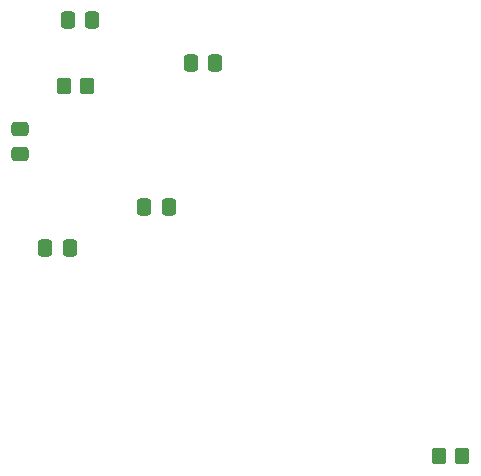
<source format=gbp>
G04 #@! TF.GenerationSoftware,KiCad,Pcbnew,7.0.10*
G04 #@! TF.CreationDate,2024-03-08T11:35:51-05:00*
G04 #@! TF.ProjectId,swipe-stack-hub,73776970-652d-4737-9461-636b2d687562,rev?*
G04 #@! TF.SameCoordinates,Original*
G04 #@! TF.FileFunction,Paste,Bot*
G04 #@! TF.FilePolarity,Positive*
%FSLAX46Y46*%
G04 Gerber Fmt 4.6, Leading zero omitted, Abs format (unit mm)*
G04 Created by KiCad (PCBNEW 7.0.10) date 2024-03-08 11:35:51*
%MOMM*%
%LPD*%
G01*
G04 APERTURE LIST*
G04 Aperture macros list*
%AMRoundRect*
0 Rectangle with rounded corners*
0 $1 Rounding radius*
0 $2 $3 $4 $5 $6 $7 $8 $9 X,Y pos of 4 corners*
0 Add a 4 corners polygon primitive as box body*
4,1,4,$2,$3,$4,$5,$6,$7,$8,$9,$2,$3,0*
0 Add four circle primitives for the rounded corners*
1,1,$1+$1,$2,$3*
1,1,$1+$1,$4,$5*
1,1,$1+$1,$6,$7*
1,1,$1+$1,$8,$9*
0 Add four rect primitives between the rounded corners*
20,1,$1+$1,$2,$3,$4,$5,0*
20,1,$1+$1,$4,$5,$6,$7,0*
20,1,$1+$1,$6,$7,$8,$9,0*
20,1,$1+$1,$8,$9,$2,$3,0*%
G04 Aperture macros list end*
%ADD10RoundRect,0.250000X0.350000X0.450000X-0.350000X0.450000X-0.350000X-0.450000X0.350000X-0.450000X0*%
%ADD11RoundRect,0.250000X0.337500X0.475000X-0.337500X0.475000X-0.337500X-0.475000X0.337500X-0.475000X0*%
%ADD12RoundRect,0.250000X-0.337500X-0.475000X0.337500X-0.475000X0.337500X0.475000X-0.337500X0.475000X0*%
%ADD13RoundRect,0.250000X0.475000X-0.337500X0.475000X0.337500X-0.475000X0.337500X-0.475000X-0.337500X0*%
G04 APERTURE END LIST*
D10*
X161147000Y-146050000D03*
X159147000Y-146050000D03*
D11*
X127910500Y-128397000D03*
X125835500Y-128397000D03*
D12*
X138154500Y-112776000D03*
X140229500Y-112776000D03*
D11*
X136292500Y-124968000D03*
X134217500Y-124968000D03*
D10*
X129397000Y-114681000D03*
X127397000Y-114681000D03*
D12*
X127740500Y-109093000D03*
X129815500Y-109093000D03*
D13*
X123698000Y-120417500D03*
X123698000Y-118342500D03*
M02*

</source>
